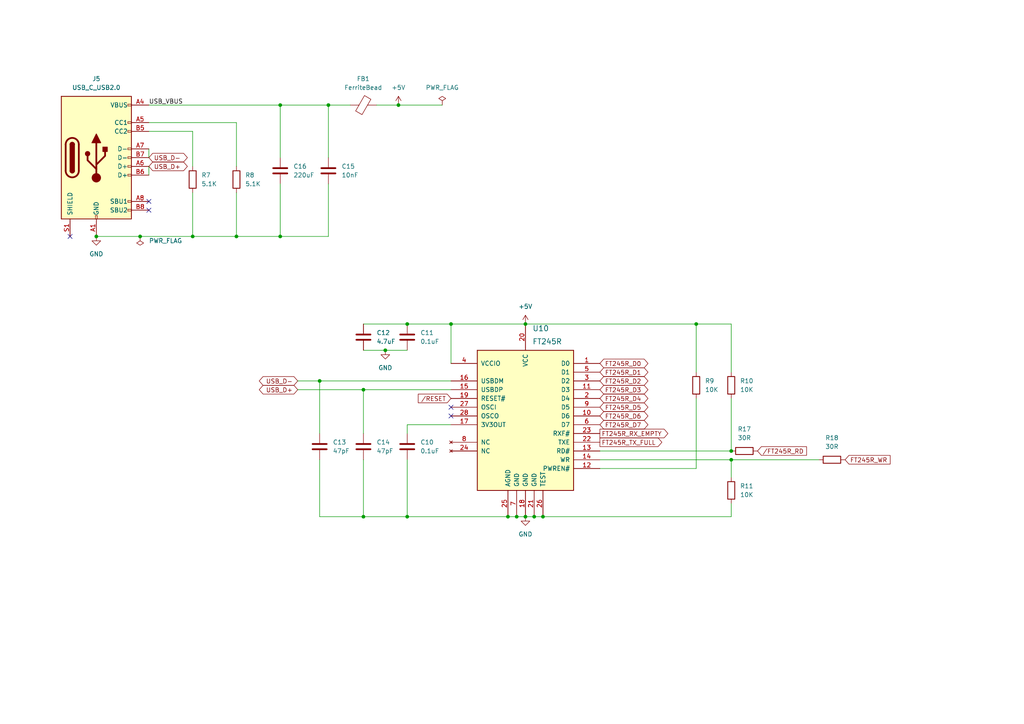
<source format=kicad_sch>
(kicad_sch (version 20211123) (generator eeschema)
  (paper "A4")
  (title_block (title "6502 SBC") (date "2022-03-07") (rev "2.2"))
  (lib_symbols
    (symbol "Connector:USB_C_Receptacle_USB2.0" (pin_names (offset 1.016))
      (property "Reference" "J" (at -10.16 19.05 0))
      (property "Value" "USB_C_Receptacle_USB2.0" (at 19.05 19.05 0))
      (symbol "USB_C_Receptacle_USB2.0_0_0"
        (rectangle (start -0.254 -17.78) (end 0.254 -16.764))
        (rectangle (start 10.16 -14.986) (end 9.144 -15.494))
        (rectangle (start 10.16 -12.446) (end 9.144 -12.954))
        (rectangle (start 10.16 -4.826) (end 9.144 -5.334))
        (rectangle (start 10.16 -2.286) (end 9.144 -2.794))
        (rectangle (start 10.16 0.254) (end 9.144 -0.254))
        (rectangle (start 10.16 2.794) (end 9.144 2.286))
        (rectangle (start 10.16 7.874) (end 9.144 7.366))
        (rectangle (start 10.16 10.414) (end 9.144 9.906))
        (rectangle (start 10.16 15.494) (end 9.144 14.986))
      )
      (symbol "USB_C_Receptacle_USB2.0_0_1"
        (rectangle (start -10.16 17.78) (end 10.16 -17.78) (stroke (width 0.254)) (fill (type background)))
        (arc (start -8.89 -3.81) (mid -6.985 -5.715) (end -5.08 -3.81) (stroke (width 0.508)))
        (arc (start -7.62 -3.81) (mid -6.985 -4.445) (end -6.35 -3.81) (stroke (width 0.254)))
        (arc (start -7.62 -3.81) (mid -6.985 -4.445) (end -6.35 -3.81) (stroke (width 0.254)) (fill (type outline)))
        (rectangle (start -7.62 -3.81) (end -6.35 3.81) (stroke (width 0.254)) (fill (type outline)))
        (arc (start -6.35 3.81) (mid -6.985 4.445) (end -7.62 3.81) (stroke (width 0.254)))
        (arc (start -6.35 3.81) (mid -6.985 4.445) (end -7.62 3.81) (stroke (width 0.254)) (fill (type outline)))
        (arc (start -5.08 3.81) (mid -6.985 5.715) (end -8.89 3.81) (stroke (width 0.508)))
        (circle (center -2.54 1.143) (radius 0.635) (stroke (width 0.254)) (fill (type outline)))
        (circle (center 0 -5.842) (radius 1.27) (fill (type outline)))
        (polyline (pts (xy -8.89 -3.81) (xy -8.89 3.81)) (stroke (width 0.508)))
        (polyline (pts (xy -5.08 3.81) (xy -5.08 -3.81)) (stroke (width 0.508)))
        (polyline (pts (xy 0 -5.842) (xy 0 4.318)) (stroke (width 0.508)))
        (polyline (pts (xy 0 -3.302) (xy -2.54 -0.762) (xy -2.54 0.508)) (stroke (width 0.508)))
        (polyline (pts (xy 0 -2.032) (xy 2.54 0.508) (xy 2.54 1.778)) (stroke (width 0.508)))
        (polyline (pts (xy -1.27 4.318) (xy 0 6.858) (xy 1.27 4.318) (xy -1.27 4.318)) (stroke (width 0.254)) (fill (type outline)))
        (rectangle (start 1.905 1.778) (end 3.175 3.048) (stroke (width 0.254)) (fill (type outline)))
      )
      (symbol "USB_C_Receptacle_USB2.0_1_1"
        (pin passive line (at 0 -22.86 90) (length 5.08) (name "GND") (number "A1"))
        (pin passive line (at 0 -22.86 90) (length 5.08) hide (name "GND") (number "A12"))
        (pin passive line (at 15.24 15.24 180) (length 5.08) (name "VBUS") (number "A4"))
        (pin bidirectional line (at 15.24 10.16 180) (length 5.08) (name "CC1") (number "A5"))
        (pin bidirectional line (at 15.24 -2.54 180) (length 5.08) (name "D+") (number "A6"))
        (pin bidirectional line (at 15.24 2.54 180) (length 5.08) (name "D-") (number "A7"))
        (pin bidirectional line (at 15.24 -12.7 180) (length 5.08) (name "SBU1") (number "A8"))
        (pin passive line (at 15.24 15.24 180) (length 5.08) hide (name "VBUS") (number "A9"))
        (pin passive line (at 0 -22.86 90) (length 5.08) hide (name "GND") (number "B1"))
        (pin passive line (at 0 -22.86 90) (length 5.08) hide (name "GND") (number "B12"))
        (pin passive line (at 15.24 15.24 180) (length 5.08) hide (name "VBUS") (number "B4"))
        (pin bidirectional line (at 15.24 7.62 180) (length 5.08) (name "CC2") (number "B5"))
        (pin bidirectional line (at 15.24 -5.08 180) (length 5.08) (name "D+") (number "B6"))
        (pin bidirectional line (at 15.24 0 180) (length 5.08) (name "D-") (number "B7"))
        (pin bidirectional line (at 15.24 -15.24 180) (length 5.08) (name "SBU2") (number "B8"))
        (pin passive line (at 15.24 15.24 180) (length 5.08) hide (name "VBUS") (number "B9"))
        (pin passive line (at -7.62 -22.86 90) (length 5.08) (name "SHIELD") (number "S1"))
      )
    )
    (symbol "Device:C" (pin_numbers hide) (pin_names (offset 0.254))
      (property "Reference" "C" (at 0.635 2.54 0))
      (property "Value" "C" (at 0.635 -2.54 0))
      (symbol "C_0_1"
        (polyline (pts (xy -2.032 -0.762) (xy 2.032 -0.762)) (stroke (width 0.508)))
        (polyline (pts (xy -2.032 0.762) (xy 2.032 0.762)) (stroke (width 0.508)))
      )
      (symbol "C_1_1"
        (pin passive line (at 0 3.81 270) (length 2.794) (name "~") (number "1"))
        (pin passive line (at 0 -3.81 90) (length 2.794) (name "~") (number "2"))
      )
    )
    (symbol "Device:FerriteBead" (pin_numbers hide) (pin_names (offset 0))
      (property "Reference" "FB" (at -3.81 0.635 90))
      (property "Value" "FerriteBead" (at 3.81 0 90))
      (symbol "FerriteBead_0_1"
        (polyline (pts (xy 0 -1.27) (xy 0 -1.2192)))
        (polyline (pts (xy 0 1.27) (xy 0 1.2954)))
        (polyline (pts (xy -2.7686 0.4064) (xy -1.7018 2.2606) (xy 2.7686 -0.3048) (xy 1.6764 -2.159) (xy -2.7686 0.4064)))
      )
      (symbol "FerriteBead_1_1"
        (pin passive line (at 0 3.81 270) (length 2.54) (name "~") (number "1"))
        (pin passive line (at 0 -3.81 90) (length 2.54) (name "~") (number "2"))
      )
    )
    (symbol "Device:R" (pin_numbers hide) (pin_names (offset 0))
      (property "Reference" "R" (at 2.032 0 90))
      (property "Value" "R" (at 0 0 90))
      (symbol "R_0_1"
        (rectangle (start -1.016 -2.54) (end 1.016 2.54) (stroke (width 0.254)))
      )
      (symbol "R_1_1"
        (pin passive line (at 0 3.81 270) (length 1.27) (name "~") (number "1"))
        (pin passive line (at 0 -3.81 90) (length 1.27) (name "~") (number "2"))
      )
    )
    (symbol "Project_Interface_USB:FT245R" (pin_names (offset 1.016))
      (property "Reference" "U" (at -13.97 17.78 0))
      (property "Value" "FT245R" (at 0 -2.54 0))
      (symbol "FT245R_0_1"
        (rectangle (start -13.97 16.51) (end 13.97 -24.13) (stroke (width 0.254)) (fill (type background)))
      )
      (symbol "FT245R_1_1"
        (pin bidirectional line (at 21.59 12.7 180) (length 7.62) (name "D0") (number "1"))
        (pin bidirectional line (at 21.59 -2.54 180) (length 7.62) (name "D6") (number "10"))
        (pin bidirectional line (at 21.59 5.08 180) (length 7.62) (name "D3") (number "11"))
        (pin output line (at 21.59 -17.78 180) (length 7.62) (name "PWREN#") (number "12"))
        (pin input line (at 21.59 -12.7 180) (length 7.62) (name "RD#") (number "13"))
        (pin input line (at 21.59 -15.24 180) (length 7.62) (name "WR") (number "14"))
        (pin bidirectional line (at -21.59 5.08 0) (length 7.62) (name "USBDP") (number "15"))
        (pin bidirectional line (at -21.59 7.62 0) (length 7.62) (name "USBDM") (number "16"))
        (pin power_out line (at -21.59 -5.08 0) (length 7.62) (name "3V3OUT") (number "17"))
        (pin power_in line (at 0 -31.75 90) (length 7.62) (name "GND") (number "18"))
        (pin input line (at -21.59 2.54 0) (length 7.62) (name "RESET#") (number "19"))
        (pin bidirectional line (at 21.59 2.54 180) (length 7.62) (name "D4") (number "2"))
        (pin power_in line (at 0 24.13 270) (length 7.62) (name "VCC") (number "20"))
        (pin power_in line (at 2.54 -31.75 90) (length 7.62) (name "GND") (number "21"))
        (pin output line (at 21.59 -10.16 180) (length 7.62) (name "TXE") (number "22"))
        (pin output line (at 21.59 -7.62 180) (length 7.62) (name "RXF#") (number "23"))
        (pin no_connect line (at -21.59 -12.7 0) (length 7.62) (name "NC") (number "24"))
        (pin power_in line (at -5.08 -31.75 90) (length 7.62) (name "AGND") (number "25"))
        (pin input line (at 5.08 -31.75 90) (length 7.62) (name "TEST") (number "26"))
        (pin input line (at -21.59 0 0) (length 7.62) (name "OSCI") (number "27"))
        (pin output line (at -21.59 -2.54 0) (length 7.62) (name "OSCO") (number "28"))
        (pin bidirectional line (at 21.59 7.62 180) (length 7.62) (name "D2") (number "3"))
        (pin power_in line (at -21.59 12.7 0) (length 7.62) (name "VCCIO") (number "4"))
        (pin bidirectional line (at 21.59 10.16 180) (length 7.62) (name "D1") (number "5"))
        (pin bidirectional line (at 21.59 -5.08 180) (length 7.62) (name "D7") (number "6"))
        (pin power_in line (at -2.54 -31.75 90) (length 7.62) (name "GND") (number "7"))
        (pin no_connect line (at -21.59 -10.16 0) (length 7.62) (name "NC") (number "8"))
        (pin bidirectional line (at 21.59 0 180) (length 7.62) (name "D5") (number "9"))
      )
    )
    (symbol "power:+5V" (power) (pin_names (offset 0))
      (property "Value" "+5V" (at 0 3.556 0))
      (symbol "+5V_0_1"
        (polyline (pts (xy -0.762 1.27) (xy 0 2.54)))
        (polyline (pts (xy 0 0) (xy 0 2.54)))
        (polyline (pts (xy 0 2.54) (xy 0.762 1.27)))
      )
      (symbol "+5V_1_1"
        (pin power_in line (at 0 0 90) (length 0) hide (name "+5V") (number "1"))
      )
    )
    (symbol "power:GND" (power) (pin_names (offset 0))
      (property "Value" "GND" (at 0 -3.81 0))
      (symbol "GND_0_1"
        (polyline (pts (xy 0 0) (xy 0 -1.27) (xy 1.27 -1.27) (xy 0 -2.54) (xy -1.27 -1.27) (xy 0 -1.27)))
      )
      (symbol "GND_1_1"
        (pin power_in line (at 0 0 270) (length 0) hide (name "GND") (number "1"))
      )
    )
    (symbol "power:PWR_FLAG" (power) (pin_numbers hide) (pin_names (offset 0) hide)
      (property "Value" "PWR_FLAG" (at 0 3.81 0))
      (symbol "PWR_FLAG_0_0"
        (pin power_out line (at 0 0 90) (length 0) (name "pwr") (number "1"))
      )
      (symbol "PWR_FLAG_0_1"
        (polyline (pts (xy 0 0) (xy 0 1.27) (xy -1.016 1.905) (xy 0 2.54) (xy 1.016 1.905) (xy 0 1.27)))
      )
    )
  )
  (junction (at 118.11 93.98))
  (junction (at 81.28 30.48))
  (junction (at 212.09 130.81))
  (junction (at 68.58 68.58))
  (junction (at 154.94 149.86))
  (junction (at 105.41 113.03))
  (junction (at 130.81 93.98))
  (junction (at 111.76 101.6))
  (junction (at 95.25 30.48))
  (junction (at 81.28 68.58))
  (junction (at 27.94 68.58))
  (junction (at 152.4 93.98))
  (junction (at 149.86 149.86))
  (junction (at 118.11 149.86))
  (junction (at 212.09 133.35))
  (junction (at 105.41 149.86))
  (junction (at 201.93 93.98))
  (junction (at 55.88 68.58))
  (junction (at 157.48 149.86))
  (junction (at 92.71 110.49))
  (junction (at 152.4 149.86))
  (junction (at 40.64 68.58))
  (junction (at 147.32 149.86))
  (junction (at 115.57 30.48))
  (no_connect (at 43.18 60.96))
  (no_connect (at 43.18 58.42))
  (no_connect (at 130.81 118.11))
  (no_connect (at 20.32 68.58))
  (no_connect (at 130.81 120.65))
  (wire (pts (xy 27.94 68.58) (xy 40.64 68.58)))
  (wire (pts (xy 154.94 149.86) (xy 157.48 149.86)))
  (wire (pts (xy 152.4 149.86) (xy 154.94 149.86)))
  (wire (pts (xy 105.41 133.35) (xy 105.41 149.86)))
  (wire (pts (xy 68.58 68.58) (xy 81.28 68.58)))
  (wire (pts (xy 173.99 130.81) (xy 212.09 130.81)))
  (wire (pts (xy 68.58 35.56) (xy 68.58 48.26)))
  (wire (pts (xy 68.58 55.88) (xy 68.58 68.58)))
  (wire (pts (xy 43.18 43.18) (xy 43.18 45.72)))
  (wire (pts (xy 55.88 38.1) (xy 55.88 48.26)))
  (wire (pts (xy 81.28 30.48) (xy 95.25 30.48)))
  (wire (pts (xy 212.09 146.05) (xy 212.09 149.86)))
  (wire (pts (xy 43.18 48.26) (xy 43.18 50.8)))
  (wire (pts (xy 109.22 30.48) (xy 115.57 30.48)))
  (wire (pts (xy 149.86 149.86) (xy 152.4 149.86)))
  (wire (pts (xy 118.11 93.98) (xy 130.81 93.98)))
  (wire (pts (xy 201.93 115.57) (xy 201.93 135.89)))
  (wire (pts (xy 130.81 93.98) (xy 130.81 105.41)))
  (wire (pts (xy 212.09 133.35) (xy 212.09 138.43)))
  (wire (pts (xy 212.09 115.57) (xy 212.09 130.81)))
  (wire (pts (xy 55.88 68.58) (xy 68.58 68.58)))
  (wire (pts (xy 95.25 53.34) (xy 95.25 68.58)))
  (wire (pts (xy 86.36 113.03) (xy 105.41 113.03)))
  (wire (pts (xy 43.18 30.48) (xy 81.28 30.48)))
  (wire (pts (xy 173.99 133.35) (xy 212.09 133.35)))
  (wire (pts (xy 95.25 30.48) (xy 101.6 30.48)))
  (wire (pts (xy 173.99 135.89) (xy 201.93 135.89)))
  (wire (pts (xy 81.28 53.34) (xy 81.28 68.58)))
  (wire (pts (xy 118.11 123.19) (xy 118.11 125.73)))
  (wire (pts (xy 115.57 30.48) (xy 128.27 30.48)))
  (wire (pts (xy 92.71 133.35) (xy 92.71 149.86)))
  (wire (pts (xy 118.11 123.19) (xy 130.81 123.19)))
  (wire (pts (xy 92.71 110.49) (xy 130.81 110.49)))
  (wire (pts (xy 212.09 107.95) (xy 212.09 93.98)))
  (wire (pts (xy 105.41 101.6) (xy 111.76 101.6)))
  (wire (pts (xy 55.88 55.88) (xy 55.88 68.58)))
  (wire (pts (xy 92.71 149.86) (xy 105.41 149.86)))
  (wire (pts (xy 105.41 113.03) (xy 105.41 125.73)))
  (wire (pts (xy 86.36 110.49) (xy 92.71 110.49)))
  (wire (pts (xy 92.71 110.49) (xy 92.71 125.73)))
  (wire (pts (xy 105.41 149.86) (xy 118.11 149.86)))
  (wire (pts (xy 105.41 113.03) (xy 130.81 113.03)))
  (wire (pts (xy 95.25 30.48) (xy 95.25 45.72)))
  (wire (pts (xy 81.28 68.58) (xy 95.25 68.58)))
  (wire (pts (xy 201.93 93.98) (xy 201.93 107.95)))
  (wire (pts (xy 43.18 38.1) (xy 55.88 38.1)))
  (wire (pts (xy 105.41 93.98) (xy 118.11 93.98)))
  (wire (pts (xy 118.11 133.35) (xy 118.11 149.86)))
  (wire (pts (xy 111.76 101.6) (xy 118.11 101.6)))
  (wire (pts (xy 118.11 149.86) (xy 147.32 149.86)))
  (wire (pts (xy 40.64 68.58) (xy 55.88 68.58)))
  (wire (pts (xy 212.09 149.86) (xy 157.48 149.86)))
  (wire (pts (xy 152.4 93.98) (xy 201.93 93.98)))
  (wire (pts (xy 212.09 133.35) (xy 237.49 133.35)))
  (wire (pts (xy 147.32 149.86) (xy 149.86 149.86)))
  (wire (pts (xy 81.28 30.48) (xy 81.28 45.72)))
  (wire (pts (xy 43.18 35.56) (xy 68.58 35.56)))
  (wire (pts (xy 201.93 93.98) (xy 212.09 93.98)))
  (wire (pts (xy 152.4 93.98) (xy 130.81 93.98)))
  (label "USB_VBUS" (at 43.18 30.48 0))
  (global_label "FT245R_D4" (shape bidirectional) (at 173.99 115.57 0) (property "Intersheet References" "${INTERSHEET_REFS}" (effects hide)))
  (global_label "FT245R_D3" (shape bidirectional) (at 173.99 113.03 0) (property "Intersheet References" "${INTERSHEET_REFS}" (effects hide)))
  (global_label "USB_D+" (shape bidirectional) (at 43.18 48.26 0) (property "Intersheet References" "${INTERSHEET_REFS}" (effects hide)))
  (global_label "FT245R_D5" (shape bidirectional) (at 173.99 118.11 0) (property "Intersheet References" "${INTERSHEET_REFS}" (effects hide)))
  (global_label "USB_D-" (shape bidirectional) (at 43.18 45.72 0) (property "Intersheet References" "${INTERSHEET_REFS}" (effects hide)))
  (global_label "{slash}FT245R_RD" (shape input) (at 219.71 130.81 0) (property "Intersheet References" "${INTERSHEET_REFS}" (effects hide)))
  (global_label "FT245R_D7" (shape bidirectional) (at 173.99 123.19 0) (property "Intersheet References" "${INTERSHEET_REFS}" (effects hide)))
  (global_label "USB_D-" (shape bidirectional) (at 86.36 110.49 180) (property "Intersheet References" "${INTERSHEET_REFS}" (effects hide)))
  (global_label "FT245R_WR" (shape input) (at 245.11 133.35 0) (property "Intersheet References" "${INTERSHEET_REFS}" (effects hide)))
  (global_label "FT245R_D1" (shape bidirectional) (at 173.99 107.95 0) (property "Intersheet References" "${INTERSHEET_REFS}" (effects hide)))
  (global_label "FT245R_D6" (shape bidirectional) (at 173.99 120.65 0) (property "Intersheet References" "${INTERSHEET_REFS}" (effects hide)))
  (global_label "FT245R_RX_EMPTY" (shape output) (at 173.99 125.73 0) (property "Intersheet References" "${INTERSHEET_REFS}" (effects hide)))
  (global_label "FT245R_D0" (shape bidirectional) (at 173.99 105.41 0) (property "Intersheet References" "${INTERSHEET_REFS}" (effects hide)))
  (global_label "FT245R_TX_FULL" (shape output) (at 173.99 128.27 0) (property "Intersheet References" "${INTERSHEET_REFS}" (effects hide)))
  (global_label "{slash}RESET" (shape input) (at 130.81 115.57 180) (property "Intersheet References" "${INTERSHEET_REFS}" (effects hide)))
  (global_label "USB_D+" (shape bidirectional) (at 86.36 113.03 180) (property "Intersheet References" "${INTERSHEET_REFS}" (effects hide)))
  (global_label "FT245R_D2" (shape bidirectional) (at 173.99 110.49 0) (property "Intersheet References" "${INTERSHEET_REFS}" (effects hide)))
  (symbol (lib_id "Device:C") (at 81.28 49.53 0) (unit 1)
    (property "Reference" "C16" (at 85.09 48.2599 0) (effects (justify left)))
    (property "Value" "220uF" (at 85.09 50.7999 0) (effects (justify left)))
    (property "Footprint" "Capacitor_THT:CP_Radial_D6.3mm_P2.50mm" (effects hide))
  )
  (symbol (lib_id "power:GND") (at 152.4 149.86 0) (unit 1)
    (property "Reference" "#PWR0120" (effects hide))
    (property "Value" "GND" (at 152.4 154.94 0))
  )
  (symbol (lib_id "Device:C") (at 95.25 49.53 0) (unit 1)
    (property "Reference" "C15" (at 99.06 48.2599 0) (effects (justify left)))
    (property "Value" "10nF" (at 99.06 50.7999 0) (effects (justify left)))
    (property "Footprint" "Capacitor_SMD:C_0805_2012Metric_Pad1.18x1.45mm_HandSolder" (effects hide))
  )
  (symbol (lib_id "Device:R") (at 201.93 111.76 0) (unit 1)
    (property "Reference" "R9" (at 204.47 110.4899 0) (effects (justify left)))
    (property "Value" "10K" (at 204.47 113.0299 0) (effects (justify left)))
    (property "Footprint" "Resistor_SMD:R_0805_2012Metric_Pad1.20x1.40mm_HandSolder" (effects hide))
  )
  (symbol (lib_id "Device:R") (at 212.09 142.24 180) (unit 1)
    (property "Reference" "R11" (at 214.63 140.9699 0) (effects (justify right)))
    (property "Value" "10K" (at 214.63 143.5099 0) (effects (justify right)))
    (property "Footprint" "Resistor_SMD:R_0805_2012Metric_Pad1.20x1.40mm_HandSolder" (effects hide))
  )
  (symbol (lib_id "Device:C") (at 105.41 129.54 0) (unit 1)
    (property "Reference" "C14" (at 109.22 128.2699 0) (effects (justify left)))
    (property "Value" "47pF" (at 109.22 130.8099 0) (effects (justify left)))
    (property "Footprint" "Capacitor_SMD:C_0805_2012Metric_Pad1.18x1.45mm_HandSolder" (effects hide))
  )
  (symbol (lib_id "power:GND") (at 111.76 101.6 0) (unit 1)
    (property "Reference" "#PWR0143" (effects hide))
    (property "Value" "GND" (at 111.76 106.68 0))
  )
  (symbol (lib_id "power:PWR_FLAG") (at 40.64 68.58 180) (unit 1)
    (property "Reference" "#FLG0106" (effects hide))
    (property "Value" "PWR_FLAG" (at 43.18 69.8499 0) (effects (justify right)))
  )
  (symbol (lib_id "Device:C") (at 118.11 129.54 0) (unit 1)
    (property "Reference" "C10" (at 121.92 128.2699 0) (effects (justify left)))
    (property "Value" "0.1uF" (at 121.92 130.8099 0) (effects (justify left)))
    (property "Footprint" "Capacitor_SMD:C_0805_2012Metric_Pad1.18x1.45mm_HandSolder" (effects hide))
  )
  (symbol (lib_id "Device:R") (at 68.58 52.07 0) (unit 1)
    (property "Reference" "R8" (at 71.12 50.7999 0) (effects (justify left)))
    (property "Value" "5.1K" (at 71.12 53.3399 0) (effects (justify left)))
    (property "Footprint" "Resistor_SMD:R_0805_2012Metric_Pad1.20x1.40mm_HandSolder" (effects hide))
  )
  (symbol (lib_id "Connector:USB_C_Receptacle_USB2.0") (at 27.94 45.72 0) (unit 1)
    (property "Reference" "J5" (at 27.94 22.86 0))
    (property "Value" "USB_C_USB2.0" (at 27.94 25.4 0))
    (property "Footprint" "Connector_USB:USB_C_Receptacle_GCT_USB4085" (effects hide))
    (property "Datasheet" "https://www.usb.org/sites/default/files/documents/usb_type-c.zip" (effects hide))
  )
  (symbol (lib_id "power:PWR_FLAG") (at 128.27 30.48 0) (unit 1)
    (property "Reference" "#FLG0101" (effects hide))
    (property "Value" "PWR_FLAG" (at 128.27 25.4 0))
  )
  (symbol (lib_id "Device:R") (at 55.88 52.07 0) (unit 1)
    (property "Reference" "R7" (at 58.42 50.7999 0) (effects (justify left)))
    (property "Value" "5.1K" (at 58.42 53.3399 0) (effects (justify left)))
    (property "Footprint" "Resistor_SMD:R_0805_2012Metric_Pad1.20x1.40mm_HandSolder" (effects hide))
  )
  (symbol (lib_id "power:+5V") (at 152.4 93.98 0) (unit 1)
    (property "Reference" "#PWR0121" (effects hide))
    (property "Value" "+5V" (at 152.4 88.9 0))
  )
  (symbol (lib_id "Device:R") (at 241.3 133.35 270) (unit 1)
    (property "Reference" "R18" (at 241.3 127 90))
    (property "Value" "30R" (at 241.3 129.54 90))
    (property "Footprint" "Resistor_SMD:R_0805_2012Metric_Pad1.20x1.40mm_HandSolder" (effects hide))
  )
  (symbol (lib_id "Device:R") (at 215.9 130.81 270) (unit 1)
    (property "Reference" "R17" (at 215.9 124.46 90))
    (property "Value" "30R" (at 215.9 127 90))
    (property "Footprint" "Resistor_SMD:R_0805_2012Metric_Pad1.20x1.40mm_HandSolder" (effects hide))
  )
  (symbol (lib_id "Device:FerriteBead") (at 105.41 30.48 90) (unit 1)
    (property "Reference" "FB1" (at 105.3592 22.86 90))
    (property "Value" "FerriteBead" (at 105.3592 25.4 90))
    (property "Footprint" "Resistor_SMD:R_0805_2012Metric_Pad1.20x1.40mm_HandSolder" (effects hide))
  )
  (symbol (lib_id "Device:C") (at 118.11 97.79 0) (unit 1)
    (property "Reference" "C11" (at 121.92 96.5199 0) (effects (justify left)))
    (property "Value" "0.1uF" (at 121.92 99.0599 0) (effects (justify left)))
    (property "Footprint" "Capacitor_SMD:C_0805_2012Metric_Pad1.18x1.45mm_HandSolder" (effects hide))
  )
  (symbol (lib_id "Device:C") (at 92.71 129.54 0) (unit 1)
    (property "Reference" "C13" (at 96.52 128.2699 0) (effects (justify left)))
    (property "Value" "47pF" (at 96.52 130.8099 0) (effects (justify left)))
    (property "Footprint" "Capacitor_SMD:C_0805_2012Metric_Pad1.18x1.45mm_HandSolder" (effects hide))
  )
  (symbol (lib_id "power:+5V") (at 115.57 30.48 0) (unit 1)
    (property "Reference" "#PWR0123" (effects hide))
    (property "Value" "+5V" (at 115.57 25.4 0))
  )
  (symbol (lib_id "Device:R") (at 212.09 111.76 180) (unit 1)
    (property "Reference" "R10" (at 214.63 110.4899 0) (effects (justify right)))
    (property "Value" "10K" (at 214.63 113.0299 0) (effects (justify right)))
    (property "Footprint" "Resistor_SMD:R_0805_2012Metric_Pad1.20x1.40mm_HandSolder" (effects hide))
  )
  (symbol (lib_id "power:GND") (at 27.94 68.58 0) (unit 1)
    (property "Reference" "#PWR0101" (effects hide))
    (property "Value" "GND" (at 27.94 73.66 0))
  )
  (symbol (lib_id "Device:C") (at 105.41 97.79 0) (unit 1)
    (property "Reference" "C12" (at 109.22 96.5199 0) (effects (justify left)))
    (property "Value" "4.7uF" (at 109.22 99.0599 0) (effects (justify left)))
    (property "Footprint" "Capacitor_SMD:C_0805_2012Metric_Pad1.18x1.45mm_HandSolder" (effects hide))
  )
  (symbol (lib_id "Project_Interface_USB:FT245R") (at 152.4 118.11 0) (unit 1)
    (property "Reference" "U10" (at 154.4194 95.25 0) (effects (font (size 1.5494 1.5494)) (justify left)))
    (property "Value" "FT245R" (at 154.4194 99.06 0) (effects (font (size 1.524 1.524)) (justify left)))
    (property "Footprint" "Package_SO:SSOP-28_5.3x10.2mm_P0.65mm" (effects hide))
    (property "Datasheet" "https://ftdichip.com/wp-content/uploads/2020/08/DS_FT245R.pdf" (effects hide))
  )
)
</source>
